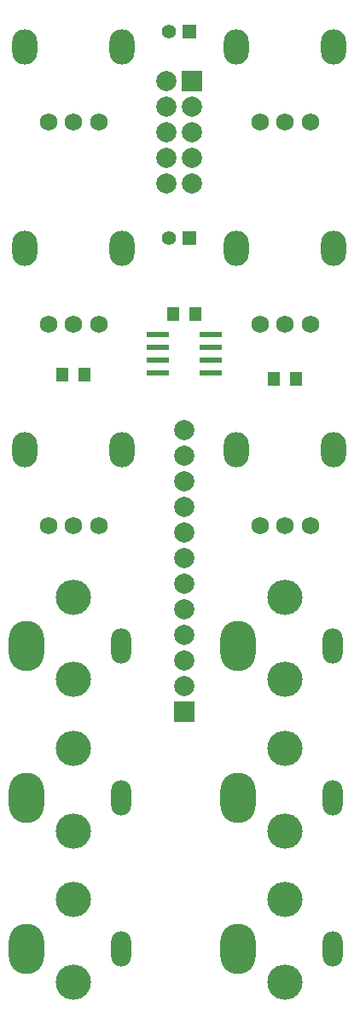
<source format=gbs>
G04 (created by PCBNEW (2013-07-07 BZR 4022)-stable) date 2014-05-25 11:12:15 PM*
%MOIN*%
G04 Gerber Fmt 3.4, Leading zero omitted, Abs format*
%FSLAX34Y34*%
G01*
G70*
G90*
G04 APERTURE LIST*
%ADD10C,0.00590551*%
%ADD11R,0.0866X0.0236*%
%ADD12R,0.045X0.055*%
%ADD13O,0.137795X0.19685*%
%ADD14O,0.0787402X0.137795*%
%ADD15O,0.137795X0.137795*%
%ADD16R,0.0787X0.0787*%
%ADD17C,0.0787*%
%ADD18O,0.0984252X0.137795*%
%ADD19C,0.0688976*%
%ADD20R,0.0551181X0.0551181*%
%ADD21C,0.0551181*%
G04 APERTURE END LIST*
G54D10*
G54D11*
X87165Y-56852D03*
X87165Y-56352D03*
X87165Y-55852D03*
X87165Y-55352D03*
X89211Y-55352D03*
X89211Y-55852D03*
X89211Y-56352D03*
X89211Y-56852D03*
G54D12*
X88613Y-54527D03*
X87763Y-54527D03*
X92550Y-57086D03*
X91700Y-57086D03*
X83433Y-56889D03*
X84283Y-56889D03*
G54D13*
X90275Y-73425D03*
G54D14*
X93976Y-73425D03*
G54D15*
X92125Y-71496D03*
X92125Y-74724D03*
G54D13*
X82007Y-73425D03*
G54D14*
X85708Y-73425D03*
G54D15*
X83858Y-71496D03*
X83858Y-74724D03*
G54D13*
X90275Y-79330D03*
G54D14*
X93976Y-79330D03*
G54D15*
X92125Y-77401D03*
X92125Y-80629D03*
G54D13*
X82007Y-79330D03*
G54D14*
X85708Y-79330D03*
G54D15*
X83858Y-77401D03*
X83858Y-80629D03*
G54D13*
X82007Y-67519D03*
G54D14*
X85708Y-67519D03*
G54D15*
X83858Y-65590D03*
X83858Y-68818D03*
G54D13*
X90275Y-67519D03*
G54D14*
X93976Y-67519D03*
G54D15*
X92125Y-65590D03*
X92125Y-68818D03*
G54D16*
X88188Y-70066D03*
G54D17*
X88188Y-69066D03*
X88188Y-68066D03*
X88188Y-67066D03*
X88188Y-66066D03*
X88188Y-65066D03*
X88188Y-64066D03*
X88188Y-63066D03*
X88188Y-62066D03*
X88188Y-61066D03*
X88188Y-60066D03*
X88188Y-59066D03*
X88492Y-48440D03*
X88492Y-47440D03*
X88492Y-49440D03*
X88492Y-46440D03*
G54D16*
X88492Y-45440D03*
G54D17*
X87492Y-45440D03*
X87492Y-46440D03*
X87492Y-47440D03*
X87492Y-48440D03*
X87492Y-49440D03*
G54D18*
X94015Y-59842D03*
X90236Y-59842D03*
G54D19*
X93110Y-62795D03*
X92125Y-62795D03*
X91141Y-62795D03*
G54D18*
X85748Y-44094D03*
X81968Y-44094D03*
G54D19*
X84842Y-47047D03*
X83858Y-47047D03*
X82874Y-47047D03*
G54D18*
X85748Y-51968D03*
X81968Y-51968D03*
G54D19*
X84842Y-54921D03*
X83858Y-54921D03*
X82874Y-54921D03*
G54D18*
X85748Y-59842D03*
X81968Y-59842D03*
G54D19*
X84842Y-62795D03*
X83858Y-62795D03*
X82874Y-62795D03*
G54D18*
X94015Y-51968D03*
X90236Y-51968D03*
G54D19*
X93110Y-54921D03*
X92125Y-54921D03*
X91141Y-54921D03*
G54D18*
X94015Y-44094D03*
X90236Y-44094D03*
G54D19*
X93110Y-47047D03*
X92125Y-47047D03*
X91141Y-47047D03*
G54D20*
X88385Y-43503D03*
G54D21*
X87598Y-43503D03*
G54D20*
X88385Y-51574D03*
G54D21*
X87598Y-51574D03*
M02*

</source>
